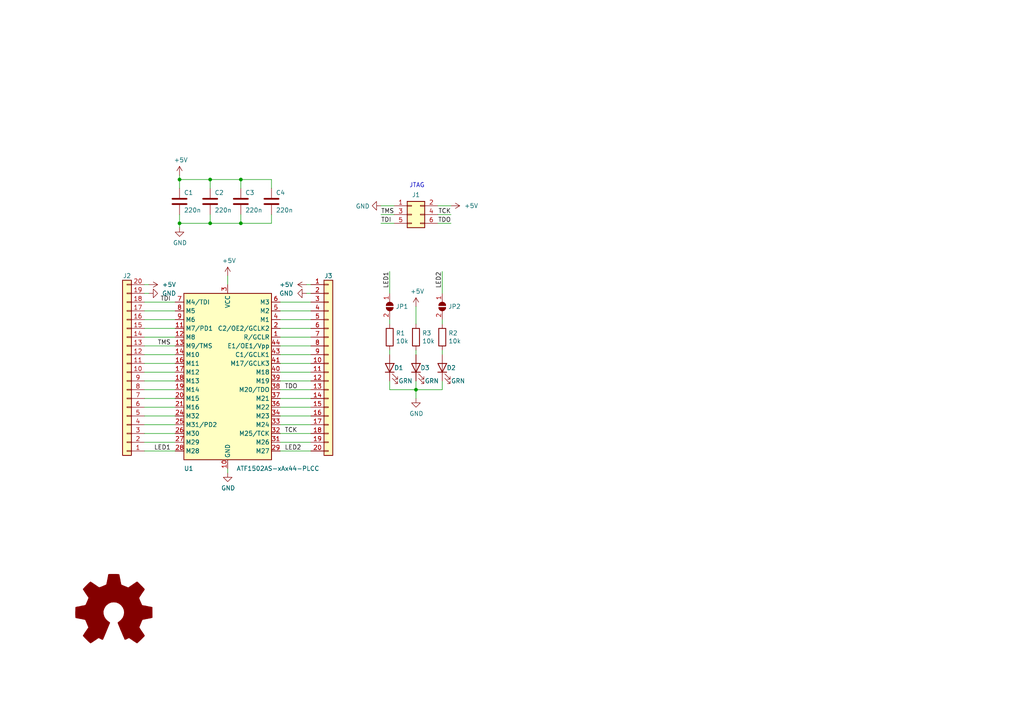
<source format=kicad_sch>
(kicad_sch (version 20211123) (generator eeschema)
  (paper "A4")
  (lib_symbols
    (symbol "Connector_Generic:Conn_01x20" (pin_names (offset 1.016) hide)
      (property "Reference" "J" (at 0 25.4 0))
      (property "Value" "Conn_01x20" (at 0 -27.94 0))
      (symbol "Conn_01x20_1_1"
        (rectangle (start -1.27 -25.273) (end 0 -25.527) (stroke (width 0.1524)))
        (rectangle (start -1.27 -22.733) (end 0 -22.987) (stroke (width 0.1524)))
        (rectangle (start -1.27 -20.193) (end 0 -20.447) (stroke (width 0.1524)))
        (rectangle (start -1.27 -17.653) (end 0 -17.907) (stroke (width 0.1524)))
        (rectangle (start -1.27 -15.113) (end 0 -15.367) (stroke (width 0.1524)))
        (rectangle (start -1.27 -12.573) (end 0 -12.827) (stroke (width 0.1524)))
        (rectangle (start -1.27 -10.033) (end 0 -10.287) (stroke (width 0.1524)))
        (rectangle (start -1.27 -7.493) (end 0 -7.747) (stroke (width 0.1524)))
        (rectangle (start -1.27 -4.953) (end 0 -5.207) (stroke (width 0.1524)))
        (rectangle (start -1.27 -2.413) (end 0 -2.667) (stroke (width 0.1524)))
        (rectangle (start -1.27 0.127) (end 0 -0.127) (stroke (width 0.1524)))
        (rectangle (start -1.27 2.667) (end 0 2.413) (stroke (width 0.1524)))
        (rectangle (start -1.27 5.207) (end 0 4.953) (stroke (width 0.1524)))
        (rectangle (start -1.27 7.747) (end 0 7.493) (stroke (width 0.1524)))
        (rectangle (start -1.27 10.287) (end 0 10.033) (stroke (width 0.1524)))
        (rectangle (start -1.27 12.827) (end 0 12.573) (stroke (width 0.1524)))
        (rectangle (start -1.27 15.367) (end 0 15.113) (stroke (width 0.1524)))
        (rectangle (start -1.27 17.907) (end 0 17.653) (stroke (width 0.1524)))
        (rectangle (start -1.27 20.447) (end 0 20.193) (stroke (width 0.1524)))
        (rectangle (start -1.27 22.987) (end 0 22.733) (stroke (width 0.1524)))
        (rectangle (start -1.27 24.13) (end 1.27 -26.67) (stroke (width 0.254)) (fill (type background)))
        (pin passive line (at -5.08 22.86 0) (length 3.81) (name "Pin_1") (number "1"))
        (pin passive line (at -5.08 0 0) (length 3.81) (name "Pin_10") (number "10"))
        (pin passive line (at -5.08 -2.54 0) (length 3.81) (name "Pin_11") (number "11"))
        (pin passive line (at -5.08 -5.08 0) (length 3.81) (name "Pin_12") (number "12"))
        (pin passive line (at -5.08 -7.62 0) (length 3.81) (name "Pin_13") (number "13"))
        (pin passive line (at -5.08 -10.16 0) (length 3.81) (name "Pin_14") (number "14"))
        (pin passive line (at -5.08 -12.7 0) (length 3.81) (name "Pin_15") (number "15"))
        (pin passive line (at -5.08 -15.24 0) (length 3.81) (name "Pin_16") (number "16"))
        (pin passive line (at -5.08 -17.78 0) (length 3.81) (name "Pin_17") (number "17"))
        (pin passive line (at -5.08 -20.32 0) (length 3.81) (name "Pin_18") (number "18"))
        (pin passive line (at -5.08 -22.86 0) (length 3.81) (name "Pin_19") (number "19"))
        (pin passive line (at -5.08 20.32 0) (length 3.81) (name "Pin_2") (number "2"))
        (pin passive line (at -5.08 -25.4 0) (length 3.81) (name "Pin_20") (number "20"))
        (pin passive line (at -5.08 17.78 0) (length 3.81) (name "Pin_3") (number "3"))
        (pin passive line (at -5.08 15.24 0) (length 3.81) (name "Pin_4") (number "4"))
        (pin passive line (at -5.08 12.7 0) (length 3.81) (name "Pin_5") (number "5"))
        (pin passive line (at -5.08 10.16 0) (length 3.81) (name "Pin_6") (number "6"))
        (pin passive line (at -5.08 7.62 0) (length 3.81) (name "Pin_7") (number "7"))
        (pin passive line (at -5.08 5.08 0) (length 3.81) (name "Pin_8") (number "8"))
        (pin passive line (at -5.08 2.54 0) (length 3.81) (name "Pin_9") (number "9"))
      )
    )
    (symbol "Connector_Generic:Conn_02x03_Odd_Even" (pin_names (offset 1.016) hide)
      (property "Reference" "J" (at 1.27 5.08 0))
      (property "Value" "Conn_02x03_Odd_Even" (at 1.27 -5.08 0))
      (symbol "Conn_02x03_Odd_Even_1_1"
        (rectangle (start -1.27 -2.413) (end 0 -2.667) (stroke (width 0.1524)))
        (rectangle (start -1.27 0.127) (end 0 -0.127) (stroke (width 0.1524)))
        (rectangle (start -1.27 2.667) (end 0 2.413) (stroke (width 0.1524)))
        (rectangle (start -1.27 3.81) (end 3.81 -3.81) (stroke (width 0.254)) (fill (type background)))
        (rectangle (start 3.81 -2.413) (end 2.54 -2.667) (stroke (width 0.1524)))
        (rectangle (start 3.81 0.127) (end 2.54 -0.127) (stroke (width 0.1524)))
        (rectangle (start 3.81 2.667) (end 2.54 2.413) (stroke (width 0.1524)))
        (pin passive line (at -5.08 2.54 0) (length 3.81) (name "Pin_1") (number "1"))
        (pin passive line (at 7.62 2.54 180) (length 3.81) (name "Pin_2") (number "2"))
        (pin passive line (at -5.08 0 0) (length 3.81) (name "Pin_3") (number "3"))
        (pin passive line (at 7.62 0 180) (length 3.81) (name "Pin_4") (number "4"))
        (pin passive line (at -5.08 -2.54 0) (length 3.81) (name "Pin_5") (number "5"))
        (pin passive line (at 7.62 -2.54 180) (length 3.81) (name "Pin_6") (number "6"))
      )
    )
    (symbol "Device:C" (pin_numbers hide) (pin_names (offset 0.254))
      (property "Reference" "C" (at 0.635 2.54 0))
      (property "Value" "C" (at 0.635 -2.54 0))
      (symbol "C_0_1"
        (polyline (pts (xy -2.032 -0.762) (xy 2.032 -0.762)) (stroke (width 0.508)))
        (polyline (pts (xy -2.032 0.762) (xy 2.032 0.762)) (stroke (width 0.508)))
      )
      (symbol "C_1_1"
        (pin passive line (at 0 3.81 270) (length 2.794) (name "~") (number "1"))
        (pin passive line (at 0 -3.81 90) (length 2.794) (name "~") (number "2"))
      )
    )
    (symbol "Device:LED" (pin_numbers hide) (pin_names (offset 1.016) hide)
      (property "Reference" "D" (at 0 2.54 0))
      (property "Value" "LED" (at 0 -2.54 0))
      (symbol "LED_0_1"
        (polyline (pts (xy -1.27 -1.27) (xy -1.27 1.27)) (stroke (width 0.254)))
        (polyline (pts (xy -1.27 0) (xy 1.27 0)))
        (polyline (pts (xy 1.27 -1.27) (xy 1.27 1.27) (xy -1.27 0) (xy 1.27 -1.27)) (stroke (width 0.254)))
        (polyline (pts (xy -3.048 -0.762) (xy -4.572 -2.286) (xy -3.81 -2.286) (xy -4.572 -2.286) (xy -4.572 -1.524)))
        (polyline (pts (xy -1.778 -0.762) (xy -3.302 -2.286) (xy -2.54 -2.286) (xy -3.302 -2.286) (xy -3.302 -1.524)))
      )
      (symbol "LED_1_1"
        (pin passive line (at -3.81 0 0) (length 2.54) (name "K") (number "1"))
        (pin passive line (at 3.81 0 180) (length 2.54) (name "A") (number "2"))
      )
    )
    (symbol "Device:R" (pin_numbers hide) (pin_names (offset 0))
      (property "Reference" "R" (at 2.032 0 90))
      (property "Value" "R" (at 0 0 90))
      (symbol "R_0_1"
        (rectangle (start -1.016 -2.54) (end 1.016 2.54) (stroke (width 0.254)))
      )
      (symbol "R_1_1"
        (pin passive line (at 0 3.81 270) (length 1.27) (name "~") (number "1"))
        (pin passive line (at 0 -3.81 90) (length 1.27) (name "~") (number "2"))
      )
    )
    (symbol "Graphic:Logo_Open_Hardware_Large" (pin_names (offset 1.016))
      (symbol "Logo_Open_Hardware_Large_1_1"
        (polyline (pts (xy 6.731 -8.7122) (xy 6.6294 -8.6614) (xy 6.35 -8.4836) (xy 5.9944 -8.255) (xy 5.5372 -7.9502) (xy 5.1054 -7.6454) (xy 4.7498 -7.4168) (xy 4.4958 -7.239) (xy 4.3942 -7.1882) (xy 4.318 -7.2136) (xy 4.1148 -7.3152) (xy 3.81 -7.4676) (xy 3.6322 -7.5692) (xy 3.3528 -7.6708) (xy 3.2258 -7.6962) (xy 3.2004 -7.6708) (xy 3.0988 -7.4676) (xy 2.9464 -7.0866) (xy 2.7178 -6.604) (xy 2.4892 -6.0452) (xy 2.2352 -5.4356) (xy 1.9558 -4.826) (xy 1.7272 -4.2164) (xy 1.4986 -3.683) (xy 1.3208 -3.2512) (xy 1.2192 -2.9464) (xy 1.1684 -2.8194) (xy 1.1938 -2.794) (xy 1.3208 -2.667) (xy 1.5748 -2.4892) (xy 2.0828 -2.0574) (xy 2.6162 -1.397) (xy 2.921 -0.6604) (xy 3.048 0.1524) (xy 2.9464 0.9144) (xy 2.6416 1.6256) (xy 2.1336 2.286) (xy 1.524 2.7686) (xy 0.8128 3.0734) (xy 0 3.175) (xy -0.762 3.0988) (xy -1.4986 2.794) (xy -2.159 2.286) (xy -2.4384 1.9812) (xy -2.8194 1.3208) (xy -3.048 0.6096) (xy -3.0734 0.4318) (xy -3.0226 -0.3556) (xy -2.794 -1.0922) (xy -2.3876 -1.7526) (xy -1.8288 -2.3114) (xy -1.7526 -2.3622) (xy -1.4732 -2.5654) (xy -1.2954 -2.6924) (xy -1.1684 -2.8194) (xy -2.159 -5.207) (xy -2.3114 -5.588) (xy -2.5908 -6.2484) (xy -2.8194 -6.8072) (xy -3.0226 -7.2644) (xy -3.1496 -7.5692) (xy -3.2258 -7.6708) (xy -3.2258 -7.6962) (xy -3.302 -7.6962) (xy -3.4798 -7.6454) (xy -3.8354 -7.4676) (xy -4.0386 -7.366) (xy -4.2926 -7.239) (xy -4.4196 -7.1882) (xy -4.5212 -7.239) (xy -4.7498 -7.3914) (xy -5.1054 -7.6454) (xy -5.5372 -7.9248) (xy -5.9436 -8.2042) (xy -6.3246 -8.4582) (xy -6.604 -8.636) (xy -6.731 -8.7122) (xy -6.7564 -8.7122) (xy -6.858 -8.636) (xy -7.0866 -8.4582) (xy -7.4168 -8.1534) (xy -7.874 -7.6962) (xy -7.9502 -7.62) (xy -8.3312 -7.239) (xy -8.636 -6.9088) (xy -8.8392 -6.6802) (xy -8.9154 -6.5786) (xy -8.9154 -6.5786) (xy -8.8392 -6.4516) (xy -8.6614 -6.1722) (xy -8.4328 -5.7912) (xy -8.128 -5.3594) (xy -7.3152 -4.191) (xy -7.7724 -3.0988) (xy -7.8994 -2.7686) (xy -8.0772 -2.3622) (xy -8.2042 -2.0828) (xy -8.255 -1.9558) (xy -8.382 -1.905) (xy -8.6614 -1.8542) (xy -9.0932 -1.7526) (xy -9.6266 -1.651) (xy -10.1092 -1.5748) (xy -10.541 -1.4732) (xy -10.8712 -1.4224) (xy -11.0236 -1.397) (xy -11.049 -1.3716) (xy -11.0744 -1.2954) (xy -11.0998 -1.143) (xy -11.0998 -0.889) (xy -11.1252 -0.4572) (xy -11.1252 0.1524) (xy -11.1252 0.2286) (xy -11.0998 0.8128) (xy -11.0998 1.27) (xy -11.0744 1.5494) (xy -11.0744 1.6764) (xy -11.0744 1.6764) (xy -10.922 1.7018) (xy -10.6172 1.778) (xy -10.16 1.8542) (xy -9.652 1.9558) (xy -9.6012 1.9812) (xy -9.0932 2.0828) (xy -8.636 2.159) (xy -8.3312 2.2352) (xy -8.2042 2.286) (xy -8.1788 2.3114) (xy -8.0772 2.5146) (xy -7.9248 2.8448) (xy -7.747 3.2512) (xy -7.5692 3.6576) (xy -7.4168 4.0386) (xy -7.3152 4.318) (xy -7.2898 4.445) (xy -7.2898 4.445) (xy -7.366 4.572) (xy -7.5438 4.826) (xy -7.7978 5.207) (xy -8.128 5.6642) (xy -8.128 5.6896) (xy -8.4328 6.1468) (xy -8.6868 6.5278) (xy -8.8392 6.7818) (xy -8.9154 6.9088) (xy -8.9154 6.9088) (xy -8.8138 7.0358) (xy -8.5852 7.2898) (xy -8.255 7.6454) (xy -7.874 8.0264) (xy -7.747 8.1534) (xy -7.3152 8.5852) (xy -7.0104 8.8646) (xy -6.8326 8.9916) (xy -6.731 9.0424) (xy -6.731 9.0424) (xy -6.604 8.9408) (xy -6.3246 8.763) (xy -5.9436 8.509) (xy -5.4864 8.2042) (xy -5.461 8.1788) (xy -5.0038 7.874) (xy -4.6482 7.62) (xy -4.3688 7.4422) (xy -4.2672 7.3914) (xy -4.2418 7.3914) (xy -4.064 7.4422) (xy -3.7338 7.5438) (xy -3.3528 7.6962) (xy -2.9464 7.874) (xy -2.5654 8.0264) (xy -2.286 8.1534) (xy -2.159 8.2296) (xy -2.159 8.2296) (xy -2.1082 8.382) (xy -2.032 8.7122) (xy -1.9304 9.1694) (xy -1.8288 9.7282) (xy -1.8034 9.8044) (xy -1.7018 10.3378) (xy -1.6256 10.7696) (xy -1.5748 11.0744) (xy -1.524 11.2014) (xy -1.4478 11.2268) (xy -1.1938 11.2522) (xy -0.8128 11.2522) (xy -0.3302 11.2522) (xy 0.1524 11.2522) (xy 0.6604 11.2522) (xy 1.0668 11.2268) (xy 1.3716 11.2014) (xy 1.4986 11.176) (xy 1.4986 11.176) (xy 1.5494 11.0236) (xy 1.6256 10.6934) (xy 1.7018 10.2108) (xy 1.8288 9.6774) (xy 1.8288 9.5758) (xy 1.9304 9.0424) (xy 2.032 8.6106) (xy 2.0828 8.3058) (xy 2.1336 8.2042) (xy 2.159 8.1788) (xy 2.3876 8.0772) (xy 2.7432 7.9248) (xy 3.175 7.747) (xy 4.191 7.3406) (xy 5.461 8.2042) (xy 5.5626 8.2804) (xy 6.0198 8.5852) (xy 6.3754 8.8392) (xy 6.6294 8.9916) (xy 6.7564 9.0424) (xy 6.7564 9.0424) (xy 6.8834 8.9408) (xy 7.1374 8.7122) (xy 7.4676 8.382) (xy 7.8486 7.9756) (xy 8.1534 7.6962) (xy 8.4836 7.3406) (xy 8.7122 7.112) (xy 8.8392 6.9596) (xy 8.8646 6.858) (xy 8.8646 6.8072) (xy 8.7884 6.6802) (xy 8.6106 6.4008) (xy 8.3312 6.0198) (xy 8.0264 5.588) (xy 7.7978 5.207) (xy 7.5184 4.8006) (xy 7.3406 4.4958) (xy 7.2898 4.3434) (xy 7.2898 4.2926) (xy 7.3914 4.0386) (xy 7.5184 3.683) (xy 7.7216 3.2258) (xy 8.1534 2.2352) (xy 8.7884 2.1082) (xy 9.1948 2.0574) (xy 9.7536 1.9304) (xy 10.2616 1.8288) (xy 11.0998 1.6764) (xy 11.1252 -1.3208) (xy 10.9982 -1.3716) (xy 10.8712 -1.397) (xy 10.5664 -1.4732) (xy 10.1346 -1.5494) (xy 9.6266 -1.651) (xy 9.1948 -1.7272) (xy 8.7376 -1.8288) (xy 8.4328 -1.8796) (xy 8.2804 -1.905) (xy 8.255 -1.9558) (xy 8.1534 -2.159) (xy 7.9756 -2.5146) (xy 7.8232 -2.921) (xy 7.6454 -3.3274) (xy 7.493 -3.7338) (xy 7.366 -4.0132) (xy 7.3406 -4.191) (xy 7.3914 -4.2926) (xy 7.5692 -4.5466) (xy 7.7978 -4.9276) (xy 8.1026 -5.3594) (xy 8.4074 -5.7912) (xy 8.6614 -6.1722) (xy 8.8138 -6.4262) (xy 8.89 -6.5532) (xy 8.8646 -6.6548) (xy 8.6868 -6.858) (xy 8.3566 -7.1882) (xy 7.874 -7.6708) (xy 7.7978 -7.747) (xy 7.3914 -8.128) (xy 7.0612 -8.4328) (xy 6.8326 -8.636) (xy 6.731 -8.7122)) (fill (type outline)))
      )
    )
    (symbol "Jumper:SolderJumper_2_Open" (pin_names (offset 0) hide)
      (property "Reference" "JP" (at 0 2.032 0))
      (property "Value" "SolderJumper_2_Open" (at 0 -2.54 0))
      (symbol "SolderJumper_2_Open_0_1"
        (arc (start -0.254 1.016) (mid -1.27 0) (end -0.254 -1.016))
        (arc (start -0.254 1.016) (mid -1.27 0) (end -0.254 -1.016) (fill (type outline)))
        (polyline (pts (xy -0.254 1.016) (xy -0.254 -1.016)))
        (polyline (pts (xy 0.254 1.016) (xy 0.254 -1.016)))
        (arc (start 0.254 -1.016) (mid 1.27 0) (end 0.254 1.016))
        (arc (start 0.254 -1.016) (mid 1.27 0) (end 0.254 1.016) (fill (type outline)))
      )
      (symbol "SolderJumper_2_Open_1_1"
        (pin passive line (at -3.81 0 0) (length 2.54) (name "A") (number "1"))
        (pin passive line (at 3.81 0 180) (length 2.54) (name "B") (number "2"))
      )
    )
    (symbol "Library:ATF1502AS-xAx44-PLCC"
      (property "Reference" "U1" (at -11.43 24.13 0))
      (property "Value" "ATF1502AS-xAx44-PLCC" (at -10.16 -26.67 0))
      (symbol "ATF1502AS-xAx44-PLCC_0_1"
        (rectangle (start -12.7 22.86) (end 12.7 -25.4) (stroke (width 0.254)) (fill (type background)))
      )
      (symbol "ATF1502AS-xAx44-PLCC_1_1"
        (pin input line (at 15.24 10.16 180) (length 2.54) (name "R/GCLR") (number "1"))
        (pin power_in line (at 0 -27.94 90) (length 2.54) (name "GND") (number "10"))
        (pin bidirectional line (at -15.24 12.7 0) (length 2.54) (name "M7/PD1") (number "11"))
        (pin bidirectional line (at -15.24 10.16 0) (length 2.54) (name "M8") (number "12"))
        (pin bidirectional line (at -15.24 7.62 0) (length 2.54) (name "M9/TMS") (number "13"))
        (pin bidirectional line (at -15.24 5.08 0) (length 2.54) (name "M10") (number "14"))
        (pin passive line (at 0 25.4 270) (length 2.54) hide (name "VCC") (number "15"))
        (pin bidirectional line (at -15.24 2.54 0) (length 2.54) (name "M11") (number "16"))
        (pin bidirectional line (at -15.24 0 0) (length 2.54) (name "M12") (number "17"))
        (pin bidirectional line (at -15.24 -2.54 0) (length 2.54) (name "M13") (number "18"))
        (pin bidirectional line (at -15.24 -5.08 0) (length 2.54) (name "M14") (number "19"))
        (pin input line (at 15.24 12.7 180) (length 2.54) (name "C2/OE2/GCLK2") (number "2"))
        (pin bidirectional line (at -15.24 -7.62 0) (length 2.54) (name "M15") (number "20"))
        (pin bidirectional line (at -15.24 -10.16 0) (length 2.54) (name "M16") (number "21"))
        (pin passive line (at 0 -27.94 90) (length 2.54) hide (name "GND") (number "22"))
        (pin passive line (at 0 25.4 270) (length 2.54) hide (name "VCC") (number "23"))
        (pin bidirectional line (at -15.24 -12.7 0) (length 2.54) (name "M32") (number "24"))
        (pin bidirectional line (at -15.24 -15.24 0) (length 2.54) (name "M31/PD2") (number "25"))
        (pin bidirectional line (at -15.24 -17.78 0) (length 2.54) (name "M30") (number "26"))
        (pin bidirectional line (at -15.24 -20.32 0) (length 2.54) (name "M29") (number "27"))
        (pin bidirectional line (at -15.24 -22.86 0) (length 2.54) (name "M28") (number "28"))
        (pin bidirectional line (at 15.24 -22.86 180) (length 2.54) (name "M27") (number "29"))
        (pin power_in line (at 0 25.4 270) (length 2.54) (name "VCC") (number "3"))
        (pin passive line (at 0 -27.94 90) (length 2.54) hide (name "GND") (number "30"))
        (pin bidirectional line (at 15.24 -20.32 180) (length 2.54) (name "M26") (number "31"))
        (pin bidirectional line (at 15.24 -17.78 180) (length 2.54) (name "M25/TCK") (number "32"))
        (pin bidirectional line (at 15.24 -15.24 180) (length 2.54) (name "M24") (number "33"))
        (pin bidirectional line (at 15.24 -12.7 180) (length 2.54) (name "M23") (number "34"))
        (pin passive line (at 0 25.4 270) (length 2.54) hide (name "VCC") (number "35"))
        (pin bidirectional line (at 15.24 -10.16 180) (length 2.54) (name "M22") (number "36"))
        (pin bidirectional line (at 15.24 -7.62 180) (length 2.54) (name "M21") (number "37"))
        (pin bidirectional line (at 15.24 -5.08 180) (length 2.54) (name "M20/TDO") (number "38"))
        (pin bidirectional line (at 15.24 -2.54 180) (length 2.54) (name "M19") (number "39"))
        (pin bidirectional line (at 15.24 15.24 180) (length 2.54) (name "M1") (number "4"))
        (pin bidirectional line (at 15.24 0 180) (length 2.54) (name "M18") (number "40"))
        (pin bidirectional line (at 15.24 2.54 180) (length 2.54) (name "M17/GCLK3") (number "41"))
        (pin passive line (at 0 -27.94 90) (length 2.54) hide (name "GND") (number "42"))
        (pin input line (at 15.24 5.08 180) (length 2.54) (name "C1/GCLK1") (number "43"))
        (pin input line (at 15.24 7.62 180) (length 2.54) (name "E1/OE1/Vpp") (number "44"))
        (pin bidirectional line (at 15.24 17.78 180) (length 2.54) (name "M2") (number "5"))
        (pin bidirectional line (at 15.24 20.32 180) (length 2.54) (name "M3") (number "6"))
        (pin bidirectional line (at -15.24 20.32 0) (length 2.54) (name "M4/TDI") (number "7"))
        (pin bidirectional line (at -15.24 17.78 0) (length 2.54) (name "M5") (number "8"))
        (pin bidirectional line (at -15.24 15.24 0) (length 2.54) (name "M6") (number "9"))
      )
    )
    (symbol "power:+5V" (power) (pin_names (offset 0))
      (property "Value" "+5V" (at 0 3.556 0))
      (symbol "+5V_0_1"
        (polyline (pts (xy -0.762 1.27) (xy 0 2.54)))
        (polyline (pts (xy 0 0) (xy 0 2.54)))
        (polyline (pts (xy 0 2.54) (xy 0.762 1.27)))
      )
      (symbol "+5V_1_1"
        (pin power_in line (at 0 0 90) (length 0) hide (name "+5V") (number "1"))
      )
    )
    (symbol "power:GND" (power) (pin_names (offset 0))
      (property "Value" "GND" (at 0 -3.81 0))
      (symbol "GND_0_1"
        (polyline (pts (xy 0 0) (xy 0 -1.27) (xy 1.27 -1.27) (xy 0 -2.54) (xy -1.27 -1.27) (xy 0 -1.27)))
      )
      (symbol "GND_1_1"
        (pin power_in line (at 0 0 270) (length 0) hide (name "GND") (number "1"))
      )
    )
  )
  (junction (at 52.07 64.77))
  (junction (at 69.85 64.77))
  (junction (at 60.96 64.77))
  (junction (at 120.65 113.03))
  (junction (at 60.96 52.07))
  (junction (at 52.07 52.07))
  (junction (at 69.85 52.07))
  (wire (pts (xy 41.91 87.63) (xy 50.8 87.63)))
  (wire (pts (xy 90.17 90.17) (xy 81.28 90.17)))
  (wire (pts (xy 113.03 101.6) (xy 113.03 102.87)))
  (wire (pts (xy 90.17 123.19) (xy 81.28 123.19)))
  (wire (pts (xy 50.8 97.79) (xy 41.91 97.79)))
  (wire (pts (xy 128.27 101.6) (xy 128.27 102.87)))
  (wire (pts (xy 52.07 64.77) (xy 52.07 66.04)))
  (wire (pts (xy 81.28 107.95) (xy 90.17 107.95)))
  (wire (pts (xy 128.27 78.74) (xy 128.27 85.09)))
  (wire (pts (xy 41.91 90.17) (xy 50.8 90.17)))
  (wire (pts (xy 69.85 64.77) (xy 78.74 64.77)))
  (wire (pts (xy 88.9 85.09) (xy 90.17 85.09)))
  (wire (pts (xy 113.03 113.03) (xy 113.03 110.49)))
  (wire (pts (xy 113.03 113.03) (xy 120.65 113.03)))
  (wire (pts (xy 41.91 120.65) (xy 50.8 120.65)))
  (wire (pts (xy 110.49 59.69) (xy 114.3 59.69)))
  (wire (pts (xy 120.65 113.03) (xy 120.65 110.49)))
  (wire (pts (xy 81.28 130.81) (xy 90.17 130.81)))
  (wire (pts (xy 90.17 118.11) (xy 81.28 118.11)))
  (wire (pts (xy 60.96 64.77) (xy 60.96 62.23)))
  (wire (pts (xy 130.81 64.77) (xy 127 64.77)))
  (wire (pts (xy 66.04 135.89) (xy 66.04 137.16)))
  (wire (pts (xy 60.96 52.07) (xy 69.85 52.07)))
  (wire (pts (xy 41.91 115.57) (xy 50.8 115.57)))
  (wire (pts (xy 52.07 52.07) (xy 60.96 52.07)))
  (wire (pts (xy 90.17 100.33) (xy 81.28 100.33)))
  (wire (pts (xy 81.28 125.73) (xy 90.17 125.73)))
  (wire (pts (xy 66.04 80.01) (xy 66.04 82.55)))
  (wire (pts (xy 41.91 105.41) (xy 50.8 105.41)))
  (wire (pts (xy 81.28 120.65) (xy 90.17 120.65)))
  (wire (pts (xy 52.07 50.8) (xy 52.07 52.07)))
  (wire (pts (xy 81.28 110.49) (xy 90.17 110.49)))
  (wire (pts (xy 41.91 95.25) (xy 50.8 95.25)))
  (wire (pts (xy 128.27 92.71) (xy 128.27 93.98)))
  (wire (pts (xy 78.74 52.07) (xy 78.74 54.61)))
  (wire (pts (xy 81.28 97.79) (xy 90.17 97.79)))
  (wire (pts (xy 120.65 101.6) (xy 120.65 102.87)))
  (wire (pts (xy 69.85 64.77) (xy 69.85 62.23)))
  (wire (pts (xy 41.91 100.33) (xy 50.8 100.33)))
  (wire (pts (xy 52.07 52.07) (xy 52.07 54.61)))
  (wire (pts (xy 120.65 113.03) (xy 120.65 115.57)))
  (wire (pts (xy 81.28 102.87) (xy 90.17 102.87)))
  (wire (pts (xy 41.91 113.03) (xy 50.8 113.03)))
  (wire (pts (xy 90.17 95.25) (xy 81.28 95.25)))
  (wire (pts (xy 110.49 62.23) (xy 114.3 62.23)))
  (wire (pts (xy 50.8 118.11) (xy 41.91 118.11)))
  (wire (pts (xy 81.28 115.57) (xy 90.17 115.57)))
  (wire (pts (xy 78.74 64.77) (xy 78.74 62.23)))
  (wire (pts (xy 113.03 92.71) (xy 113.03 93.98)))
  (wire (pts (xy 81.28 92.71) (xy 90.17 92.71)))
  (wire (pts (xy 60.96 52.07) (xy 60.96 54.61)))
  (wire (pts (xy 128.27 113.03) (xy 128.27 110.49)))
  (wire (pts (xy 113.03 78.74) (xy 113.03 85.09)))
  (wire (pts (xy 120.65 88.9) (xy 120.65 93.98)))
  (wire (pts (xy 50.8 128.27) (xy 41.91 128.27)))
  (wire (pts (xy 69.85 52.07) (xy 78.74 52.07)))
  (wire (pts (xy 50.8 107.95) (xy 41.91 107.95)))
  (wire (pts (xy 69.85 52.07) (xy 69.85 54.61)))
  (wire (pts (xy 41.91 130.81) (xy 50.8 130.81)))
  (wire (pts (xy 43.18 85.09) (xy 41.91 85.09)))
  (wire (pts (xy 41.91 125.73) (xy 50.8 125.73)))
  (wire (pts (xy 90.17 105.41) (xy 81.28 105.41)))
  (wire (pts (xy 81.28 87.63) (xy 90.17 87.63)))
  (wire (pts (xy 90.17 128.27) (xy 81.28 128.27)))
  (wire (pts (xy 50.8 123.19) (xy 41.91 123.19)))
  (wire (pts (xy 127 59.69) (xy 130.81 59.69)))
  (wire (pts (xy 50.8 92.71) (xy 41.91 92.71)))
  (wire (pts (xy 60.96 64.77) (xy 69.85 64.77)))
  (wire (pts (xy 120.65 113.03) (xy 128.27 113.03)))
  (wire (pts (xy 52.07 64.77) (xy 60.96 64.77)))
  (wire (pts (xy 130.81 62.23) (xy 127 62.23)))
  (wire (pts (xy 52.07 64.77) (xy 52.07 62.23)))
  (wire (pts (xy 90.17 113.03) (xy 81.28 113.03)))
  (wire (pts (xy 88.9 82.55) (xy 90.17 82.55)))
  (wire (pts (xy 110.49 64.77) (xy 114.3 64.77)))
  (wire (pts (xy 41.91 110.49) (xy 50.8 110.49)))
  (wire (pts (xy 41.91 82.55) (xy 43.18 82.55)))
  (wire (pts (xy 50.8 102.87) (xy 41.91 102.87)))
  (text "JTAG" (at 123.19 54.61 180) (effects (font (size 1.27 1.27)) (justify right bottom)))
  (label "TDO" (at 130.81 64.77 180))
  (label "LED2" (at 128.27 78.74 270))
  (label "TCK" (at 82.55 125.73 0))
  (label "TMS" (at 49.53 100.33 180))
  (label "LED1" (at 113.03 78.74 270))
  (label "LED1" (at 49.53 130.81 180))
  (label "TCK" (at 130.81 62.23 180))
  (label "TDI" (at 110.49 64.77 0))
  (label "TDI" (at 49.53 87.63 180))
  (label "TDO" (at 82.55 113.03 0))
  (label "TMS" (at 110.49 62.23 0))
  (label "LED2" (at 82.55 130.81 0))
  (symbol (lib_id "Connector_Generic:Conn_01x20") (at 36.83 107.95 180) (unit 1)
    (property "Reference" "J2" (at 36.83 80.01 0))
    (property "Value" "VERT" (effects hide))
    (property "Footprint" "ATF1502AS-EVB:PinHeader_1x20_P2.54mm_Vertical_NoSilk" (effects hide))
  )
  (symbol (lib_id "Connector_Generic:Conn_01x20") (at 95.25 105.41 0) (unit 1)
    (property "Reference" "J3" (at 95.25 80.01 0))
    (property "Value" "VERT" (effects hide))
    (property "Footprint" "ATF1502AS-EVB:PinHeader_1x20_P2.54mm_Vertical_NoSilk" (effects hide))
  )
  (symbol (lib_id "power:+5V") (at 66.04 80.01 0) (unit 1)
    (property "Reference" "#PWR0101" (effects hide))
    (property "Value" "+5V" (at 66.421 75.6158 0))
  )
  (symbol (lib_id "power:+5V") (at 43.18 82.55 270) (unit 1)
    (property "Reference" "#PWR0102" (effects hide))
    (property "Value" "+5V" (at 46.99 82.55 90) (effects (justify left)))
  )
  (symbol (lib_id "power:+5V") (at 88.9 82.55 90) (unit 1)
    (property "Reference" "#PWR0103" (effects hide))
    (property "Value" "+5V" (at 85.09 82.55 90) (effects (justify left)))
  )
  (symbol (lib_id "power:GND") (at 66.04 137.16 0) (unit 1)
    (property "Reference" "#PWR0104" (effects hide))
    (property "Value" "GND" (at 66.167 141.5542 0))
  )
  (symbol (lib_id "power:GND") (at 88.9 85.09 270) (unit 1)
    (property "Reference" "#PWR0105" (effects hide))
    (property "Value" "GND" (at 85.09 85.09 90) (effects (justify right)))
  )
  (symbol (lib_id "power:GND") (at 43.18 85.09 90) (unit 1)
    (property "Reference" "#PWR0106" (effects hide))
    (property "Value" "GND" (at 46.99 85.09 90) (effects (justify right)))
  )
  (symbol (lib_id "Connector_Generic:Conn_02x03_Odd_Even") (at 119.38 62.23 0) (unit 1)
    (property "Reference" "J1" (at 120.65 56.515 0))
    (property "Value" "VERT" (effects hide))
    (property "Footprint" "Connector_PinHeader_2.54mm:PinHeader_2x03_P2.54mm_Vertical" (effects hide))
  )
  (symbol (lib_id "power:+5V") (at 130.81 59.69 270) (unit 1)
    (property "Reference" "#PWR0107" (effects hide))
    (property "Value" "+5V" (at 134.62 59.69 90) (effects (justify left)))
  )
  (symbol (lib_id "power:GND") (at 110.49 59.69 270) (unit 1)
    (property "Reference" "#PWR0108" (effects hide))
    (property "Value" "GND" (at 107.2388 59.817 90) (effects (justify right)))
  )
  (symbol (lib_id "Device:C") (at 60.96 58.42 0) (unit 1)
    (property "Reference" "C2" (at 62.23 55.88 0) (effects (justify left)))
    (property "Value" "220n" (at 62.23 60.96 0) (effects (justify left)))
    (property "Footprint" "Capacitor_SMD:C_0805_2012Metric_Pad1.15x1.40mm_HandSolder" (effects hide))
  )
  (symbol (lib_id "Device:C") (at 69.85 58.42 0) (unit 1)
    (property "Reference" "C3" (at 71.12 55.88 0) (effects (justify left)))
    (property "Value" "220n" (at 71.12 60.96 0) (effects (justify left)))
    (property "Footprint" "Capacitor_SMD:C_0805_2012Metric_Pad1.15x1.40mm_HandSolder" (effects hide))
  )
  (symbol (lib_id "Device:C") (at 78.74 58.42 0) (unit 1)
    (property "Reference" "C4" (at 80.01 55.88 0) (effects (justify left)))
    (property "Value" "220n" (at 80.01 60.96 0) (effects (justify left)))
    (property "Footprint" "Capacitor_SMD:C_0805_2012Metric_Pad1.15x1.40mm_HandSolder" (effects hide))
  )
  (symbol (lib_id "power:+5V") (at 52.07 50.8 0) (unit 1)
    (property "Reference" "#PWR0109" (effects hide))
    (property "Value" "+5V" (at 52.451 46.4058 0))
  )
  (symbol (lib_id "power:GND") (at 52.07 66.04 0) (unit 1)
    (property "Reference" "#PWR0110" (effects hide))
    (property "Value" "GND" (at 52.197 70.4342 0))
  )
  (symbol (lib_id "Device:C") (at 52.07 58.42 0) (unit 1)
    (property "Reference" "C1" (at 53.34 55.88 0) (effects (justify left)))
    (property "Value" "220n" (at 53.34 60.96 0) (effects (justify left)))
    (property "Footprint" "Capacitor_SMD:C_0805_2012Metric_Pad1.15x1.40mm_HandSolder" (effects hide))
  )
  (symbol (lib_id "Graphic:Logo_Open_Hardware_Large") (at 33.02 177.8 0) (unit 1)
    (property "Reference" "#LOGO1" (effects hide))
    (property "Value" "Logo_Open_Hardware_Large" (effects hide))
  )
  (symbol (lib_id "Device:R") (at 113.03 97.79 0) (unit 1)
    (property "Reference" "R1" (at 114.808 96.6216 0) (effects (justify left)))
    (property "Value" "10k" (at 114.808 98.933 0) (effects (justify left)))
    (property "Footprint" "Resistor_SMD:R_0805_2012Metric_Pad1.15x1.40mm_HandSolder" (effects hide))
  )
  (symbol (lib_id "Device:R") (at 120.65 97.79 0) (unit 1)
    (property "Reference" "R3" (at 122.428 96.6216 0) (effects (justify left)))
    (property "Value" "10k" (at 122.428 98.933 0) (effects (justify left)))
    (property "Footprint" "Resistor_SMD:R_0805_2012Metric_Pad1.15x1.40mm_HandSolder" (effects hide))
  )
  (symbol (lib_id "Device:R") (at 128.27 97.79 0) (unit 1)
    (property "Reference" "R2" (at 130.048 96.6216 0) (effects (justify left)))
    (property "Value" "10k" (at 130.048 98.933 0) (effects (justify left)))
    (property "Footprint" "Resistor_SMD:R_0805_2012Metric_Pad1.15x1.40mm_HandSolder" (effects hide))
  )
  (symbol (lib_id "Device:LED") (at 113.03 106.68 90) (unit 1)
    (property "Reference" "D1" (at 114.3 106.68 90) (effects (justify right)))
    (property "Value" "GRN" (at 115.57 110.49 90) (effects (justify right)))
    (property "Footprint" "LED_SMD:LED_0603_1608Metric_Pad1.05x0.95mm_HandSolder" (effects hide))
    (property "MPN" "150060GS75000" (effects hide))
    (property "Mfg" "Wurth" (effects hide))
  )
  (symbol (lib_id "Device:LED") (at 120.65 106.68 90) (unit 1)
    (property "Reference" "D3" (at 121.92 106.68 90) (effects (justify right)))
    (property "Value" "GRN" (at 123.19 110.49 90) (effects (justify right)))
    (property "Footprint" "LED_SMD:LED_0603_1608Metric_Pad1.05x0.95mm_HandSolder" (effects hide))
    (property "MPN" "150060GS75000" (effects hide))
    (property "Mfg" "Wurth" (effects hide))
  )
  (symbol (lib_id "Device:LED") (at 128.27 106.68 90) (unit 1)
    (property "Reference" "D2" (at 129.54 106.68 90) (effects (justify right)))
    (property "Value" "GRN" (at 130.81 110.49 90) (effects (justify right)))
    (property "Footprint" "LED_SMD:LED_0603_1608Metric_Pad1.05x0.95mm_HandSolder" (effects hide))
    (property "MPN" "150060GS75000" (effects hide))
    (property "Mfg" "Wurth" (effects hide))
  )
  (symbol (lib_id "power:GND") (at 120.65 115.57 0) (unit 1)
    (property "Reference" "#PWR0111" (effects hide))
    (property "Value" "GND" (at 120.777 119.9642 0))
  )
  (symbol (lib_id "power:+5V") (at 120.65 88.9 0) (unit 1)
    (property "Reference" "#PWR0112" (effects hide))
    (property "Value" "+5V" (at 121.031 84.5058 0))
  )
  (symbol (lib_id "Jumper:SolderJumper_2_Open") (at 113.03 88.9 270) (unit 1)
    (property "Reference" "JP1" (at 114.7572 88.9 90) (effects (justify left)))
    (property "Value" "DNP" (effects hide))
    (property "Footprint" "Jumper:SolderJumper-2_P1.3mm_Open_TrianglePad1.0x1.5mm" (effects hide))
  )
  (symbol (lib_id "Jumper:SolderJumper_2_Open") (at 128.27 88.9 270) (unit 1)
    (property "Reference" "JP2" (at 129.9972 88.9 90) (effects (justify left)))
    (property "Value" "DNP" (effects hide))
    (property "Footprint" "Jumper:SolderJumper-2_P1.3mm_Open_TrianglePad1.0x1.5mm" (effects hide))
  )
  (symbol (lib_id "Library:ATF1502AS-xAx44-PLCC") (at 66.04 107.95 0) (unit 1)
    (property "Reference" "U1" (at 53.34 135.89 0) (effects (justify left)))
    (property "Value" "ATF1502AS-xAx44-PLCC" (at 68.58 135.89 0) (effects (justify left)))
    (property "Footprint" "Library:Socket_PLCC_44" (effects hide))
    (property "Datasheet" "http://ww1.microchip.com/downloads/en/DeviceDoc/Atmel-0995-CPLD-ATF1502AS(L)-Datasheet.pdf" (effects hide))
    (property "MPN" "ATF1502AS-7AX44" (effects hide))
    (property "Mfg" "Microchip" (effects hide))
  )
)
</source>
